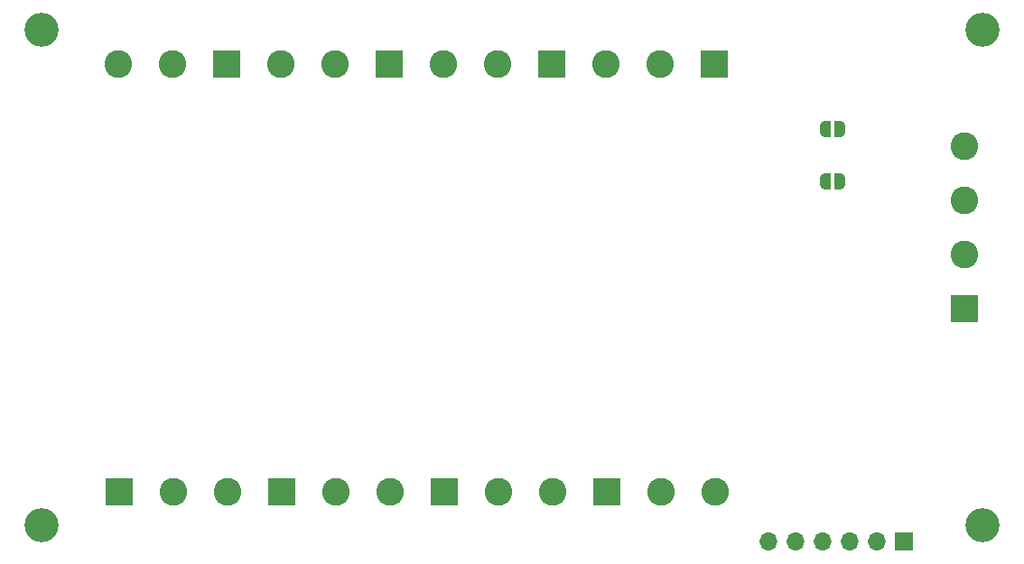
<source format=gbr>
%TF.GenerationSoftware,KiCad,Pcbnew,7.0.7*%
%TF.CreationDate,2023-08-28T09:58:40+02:00*%
%TF.ProjectId,solenoidDecoder,736f6c65-6e6f-4696-9444-65636f646572,rev?*%
%TF.SameCoordinates,Original*%
%TF.FileFunction,Soldermask,Bot*%
%TF.FilePolarity,Negative*%
%FSLAX46Y46*%
G04 Gerber Fmt 4.6, Leading zero omitted, Abs format (unit mm)*
G04 Created by KiCad (PCBNEW 7.0.7) date 2023-08-28 09:58:40*
%MOMM*%
%LPD*%
G01*
G04 APERTURE LIST*
G04 Aperture macros list*
%AMFreePoly0*
4,1,19,0.500000,-0.750000,0.000000,-0.750000,0.000000,-0.744911,-0.071157,-0.744911,-0.207708,-0.704816,-0.327430,-0.627875,-0.420627,-0.520320,-0.479746,-0.390866,-0.500000,-0.250000,-0.500000,0.250000,-0.479746,0.390866,-0.420627,0.520320,-0.327430,0.627875,-0.207708,0.704816,-0.071157,0.744911,0.000000,0.744911,0.000000,0.750000,0.500000,0.750000,0.500000,-0.750000,0.500000,-0.750000,
$1*%
%AMFreePoly1*
4,1,19,0.000000,0.744911,0.071157,0.744911,0.207708,0.704816,0.327430,0.627875,0.420627,0.520320,0.479746,0.390866,0.500000,0.250000,0.500000,-0.250000,0.479746,-0.390866,0.420627,-0.520320,0.327430,-0.627875,0.207708,-0.704816,0.071157,-0.744911,0.000000,-0.744911,0.000000,-0.750000,-0.500000,-0.750000,-0.500000,0.750000,0.000000,0.750000,0.000000,0.744911,0.000000,0.744911,
$1*%
G04 Aperture macros list end*
%ADD10C,3.200000*%
%ADD11R,2.600000X2.600000*%
%ADD12C,2.600000*%
%ADD13R,1.700000X1.700000*%
%ADD14O,1.700000X1.700000*%
%ADD15FreePoly0,180.000000*%
%ADD16FreePoly1,180.000000*%
%ADD17FreePoly0,0.000000*%
%ADD18FreePoly1,0.000000*%
G04 APERTURE END LIST*
D10*
%TO.C,REF\u002A\u002A*%
X143500000Y-40000000D03*
%TD*%
D11*
%TO.C,J62*%
X141805000Y-66120000D03*
D12*
X141805000Y-61040000D03*
X141805000Y-55960000D03*
X141805000Y-50880000D03*
%TD*%
D11*
%TO.C,J41*%
X62555700Y-83364300D03*
D12*
X67635700Y-83364300D03*
X72715700Y-83364300D03*
%TD*%
D10*
%TO.C,REF\u002A\u002A*%
X55245000Y-40000000D03*
%TD*%
%TO.C,REF\u002A\u002A*%
X143500000Y-86500000D03*
%TD*%
D13*
%TO.C,J3*%
X136120000Y-88000000D03*
D14*
X133580000Y-88000000D03*
X131040000Y-88000000D03*
X128500000Y-88000000D03*
X125960000Y-88000000D03*
X123420000Y-88000000D03*
%TD*%
D10*
%TO.C,REF\u002A\u002A*%
X55245000Y-86487000D03*
%TD*%
D11*
%TO.C,J81*%
X118369000Y-43180000D03*
D12*
X113289000Y-43180000D03*
X108209000Y-43180000D03*
%TD*%
D11*
%TO.C,J61*%
X87884000Y-43180000D03*
D12*
X82804000Y-43180000D03*
X77724000Y-43180000D03*
%TD*%
D11*
%TO.C,J51*%
X72644000Y-43180000D03*
D12*
X67564000Y-43180000D03*
X62484000Y-43180000D03*
%TD*%
D11*
%TO.C,J31*%
X77795700Y-83363000D03*
D12*
X82875700Y-83363000D03*
X87955700Y-83363000D03*
%TD*%
D11*
%TO.C,J21*%
X93035700Y-83364300D03*
D12*
X98115700Y-83364300D03*
X103195700Y-83364300D03*
%TD*%
D11*
%TO.C,J71*%
X103124000Y-43180000D03*
D12*
X98044000Y-43180000D03*
X92964000Y-43180000D03*
%TD*%
D11*
%TO.C,J11*%
X108275700Y-83364300D03*
D12*
X113355700Y-83364300D03*
X118435700Y-83364300D03*
%TD*%
D15*
%TO.C,JP1*%
X130063000Y-49276000D03*
D16*
X128763000Y-49276000D03*
%TD*%
D17*
%TO.C,JP2*%
X128763000Y-54229000D03*
D18*
X130063000Y-54229000D03*
%TD*%
M02*

</source>
